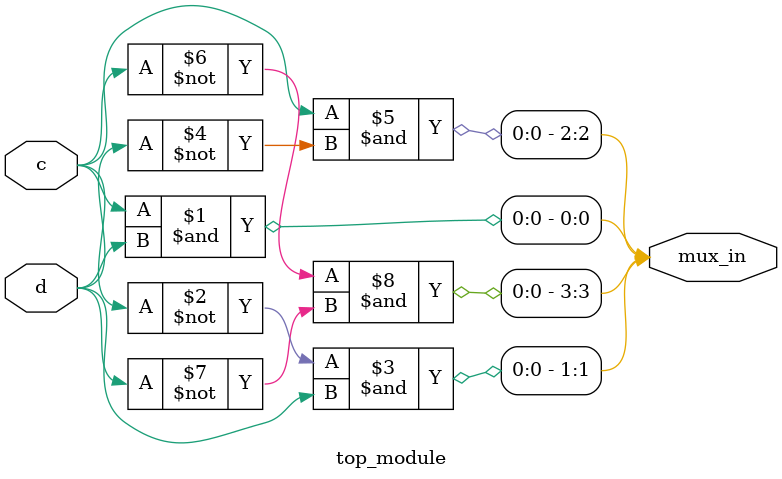
<source format=sv>
module top_module (
	input c,
	input d,
	output [3:0] mux_in
);

assign mux_in[0] = c & d;
assign mux_in[1] = ~c & d;
assign mux_in[2] = c & ~d;
assign mux_in[3] = ~c & ~d;

endmodule

</source>
